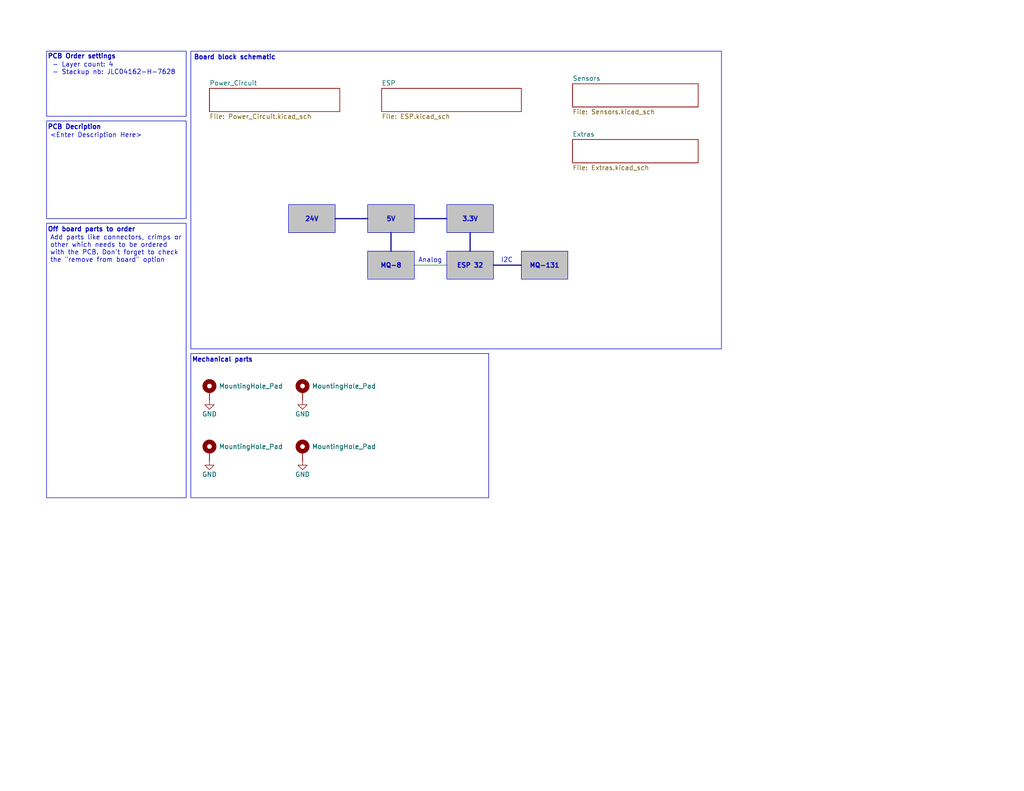
<source format=kicad_sch>
(kicad_sch (version 20250114) (generator "eeschema") (generator_version "9.0")
  (paper "USLetter")
  (title_block (title "${PROJECTNAME}") (date "2025-02-08") (rev "${REVISION}") (company "${GROUP_NAME}") (comment 1 "${AUTHOR}"))
  (lib_symbols
    (symbol "RoverLibrary:MountingHole_Pad" (pin_numbers (hide yes)) (pin_names (offset 1.016) (hide yes)) (exclude_from_sim yes) (in_bom no)
      (property "Value" "MountingHole_Pad" (at 0 4.445 0))
      (symbol "MountingHole_Pad_0_1"
        (circle (center 0 1.27) (radius 1.27) (stroke (width 1.27)))
      )
      (symbol "MountingHole_Pad_1_1"
        (pin input line (at 0 -2.54 90) (length 2.54) (name "1") (number "1"))
      )
    )
    (symbol "power:GND" (power) (pin_numbers (hide yes)) (pin_names (offset 0) (hide yes))
      (property "Value" "GND" (at 0 -3.81 0))
      (symbol "GND_0_1"
        (polyline (pts (xy 0 0) (xy 0 -1.27) (xy 1.27 -1.27) (xy 0 -2.54) (xy -1.27 -1.27) (xy 0 -1.27)))
      )
      (symbol "GND_1_1"
        (pin power_in line (at 0 0 270) (length 0) (name "~") (number "1"))
      )
    )
  )
  (rectangle (start 52.07 96.52) (end 133.35 135.89))
  (rectangle (start 52.07 13.97) (end 196.85 95.25))
  (rectangle (start 12.7 13.97) (end 50.8 31.75))
  (text "Off board parts to order" (at 12.954 62.738 0) (effects (font (size 1.27 1.27) (thickness 0.254) (bold yes)) (justify left)))
  (text "PCB Order settings" (at 12.954 15.494 0) (effects (font (size 1.27 1.27) (thickness 0.254) (bold yes)) (justify left)))
  (text "- Layer count: 4\n- Stackup nb: JLC04162-H-7628\n" (at 14.224 17.018 0) (effects (font (size 1.27 1.27) (thickness 0.1588)) (justify left top)))
  (text "I2C" (at 139.954 71.12 0) (effects (font (size 1.27 1.27)) (justify right)))
  (text "Analog" (at 120.65 71.12 0) (effects (font (size 1.27 1.27)) (justify right)))
  (text "Board block schematic" (at 52.832 15.748 0) (effects (font (size 1.27 1.27) (thickness 0.254) (bold yes)) (justify left)))
  (text "Mechanical parts" (at 52.324 98.298 0) (effects (font (size 1.27 1.27) (thickness 0.254) (bold yes)) (justify left)))
  (text "PCB Decription" (at 12.954 34.798 0) (effects (font (size 1.27 1.27) (thickness 0.254) (bold yes)) (justify left)))
  (text_box "\nAdd parts like connectors, crimps or other which needs to be ordered with the PCB. Don't forget to check the \"remove from board\" option\n" (at 12.7 60.96 0) (size 38.1 74.93) (margins 0.9525 0.9525 0.9525 0.9525) (effects (font (size 1.27 1.27)) (justify left top)))
  (text_box "5V" (exclude_from_sim yes) (at 100.33 55.88 0) (size 12.7 7.62) (margins 0.9525 0.9525 0.9525 0.9525) (fill (type color) (color 194 194 194 1)) (effects (font (size 1.27 1.27) (thickness 0.254) (bold yes))))
  (text_box "3.3V" (exclude_from_sim yes) (at 121.92 55.88 0) (size 12.7 7.62) (margins 0.9525 0.9525 0.9525 0.9525) (fill (type color) (color 194 194 194 1)) (effects (font (size 1.27 1.27) (thickness 0.254) (bold yes))))
  (text_box "24V" (exclude_from_sim yes) (at 78.74 55.88 0) (size 12.7 7.62) (margins 0.9525 0.9525 0.9525 0.9525) (fill (type color) (color 194 194 194 1)) (effects (font (size 1.27 1.27) (thickness 0.254) (bold yes))))
  (text_box "ESP 32" (exclude_from_sim yes) (at 121.92 68.58 0) (size 12.7 7.62) (margins 0.9525 0.9525 0.9525 0.9525) (fill (type color) (color 194 194 194 1)) (effects (font (size 1.27 1.27) (thickness 0.254) (bold yes))))
  (text_box "MQ-8" (exclude_from_sim yes) (at 100.33 68.58 0) (size 12.7 7.62) (margins 0.9525 0.9525 0.9525 0.9525) (fill (type color) (color 194 194 194 1)) (effects (font (size 1.27 1.27) (thickness 0.254) (bold yes))))
  (text_box "\n<Enter Description Here>\n" (at 12.7 33.02 0) (size 38.1 26.67) (margins 0.9525 0.9525 0.9525 0.9525) (effects (font (size 1.27 1.27)) (justify left top)))
  (text_box "MQ-131" (exclude_from_sim yes) (at 142.24 68.58 0) (size 12.7 7.62) (margins 0.9525 0.9525 0.9525 0.9525) (fill (type color) (color 194 194 194 1)) (effects (font (size 1.27 1.27) (thickness 0.254) (bold yes))))
  (bus (pts (xy 106.68 63.5) (xy 106.68 68.58)))
  (bus (pts (xy 134.62 72.39) (xy 142.24 72.39)))
  (wire (pts (xy 113.03 72.39) (xy 121.92 72.39)))
  (bus (pts (xy 128.27 63.5) (xy 128.27 68.58)))
  (bus (pts (xy 113.03 59.69) (xy 121.92 59.69)))
  (bus (pts (xy 91.44 59.69) (xy 100.33 59.69)))
  (symbol (lib_id "power:GND") (at 82.55 125.73 0) (unit 1)
    (property "Reference" "#PWR045" (effects (hide yes)))
    (property "Value" "GND" (at 82.55 129.54 0))
    (property "Description" "Power symbol creates a global label with name \"GND\" , ground" (effects (hide yes)))
  )
  (symbol (lib_id "RoverLibrary:MountingHole_Pad") (at 82.55 123.19 0) (unit 1) (exclude_from_sim yes) (in_bom no)
    (property "Reference" "H12" (effects (hide yes)))
    (property "Value" "MountingHole_Pad" (at 85.09 121.9199 0) (effects (justify left)))
    (property "Footprint" "RoverFootprint:MountingHole" (effects (hide yes)))
    (property "Description" "Mounting Hole with connection" (effects (hide yes)))
  )
  (symbol (lib_id "power:GND") (at 57.15 125.73 0) (unit 1)
    (property "Reference" "#PWR043" (effects (hide yes)))
    (property "Value" "GND" (at 57.15 129.54 0))
    (property "Description" "Power symbol creates a global label with name \"GND\" , ground" (effects (hide yes)))
  )
  (symbol (lib_id "RoverLibrary:MountingHole_Pad") (at 57.15 123.19 0) (unit 1) (exclude_from_sim yes) (in_bom no)
    (property "Reference" "H10" (effects (hide yes)))
    (property "Value" "MountingHole_Pad" (at 59.69 121.9199 0) (effects (justify left)))
    (property "Footprint" "RoverFootprint:MountingHole" (effects (hide yes)))
    (property "Description" "Mounting Hole with connection" (effects (hide yes)))
  )
  (symbol (lib_id "RoverLibrary:MountingHole_Pad") (at 57.15 106.68 0) (unit 1) (exclude_from_sim yes) (in_bom no)
    (property "Reference" "H9" (effects (hide yes)))
    (property "Value" "MountingHole_Pad" (at 59.69 105.4099 0) (effects (justify left)))
    (property "Footprint" "RoverFootprint:MountingHole" (effects (hide yes)))
    (property "Description" "Mounting Hole with connection" (effects (hide yes)))
  )
  (symbol (lib_id "power:GND") (at 82.55 109.22 0) (unit 1)
    (property "Reference" "#PWR044" (effects (hide yes)))
    (property "Value" "GND" (at 82.55 113.03 0))
    (property "Description" "Power symbol creates a global label with name \"GND\" , ground" (effects (hide yes)))
  )
  (symbol (lib_id "power:GND") (at 57.15 109.22 0) (unit 1)
    (property "Reference" "#PWR042" (effects (hide yes)))
    (property "Value" "GND" (at 57.15 113.03 0))
    (property "Description" "Power symbol creates a global label with name \"GND\" , ground" (effects (hide yes)))
  )
  (symbol (lib_id "RoverLibrary:MountingHole_Pad") (at 82.55 106.68 0) (unit 1) (exclude_from_sim yes) (in_bom no)
    (property "Reference" "H11" (effects (hide yes)))
    (property "Value" "MountingHole_Pad" (at 85.09 105.4099 0) (effects (justify left)))
    (property "Footprint" "RoverFootprint:MountingHole" (effects (hide yes)))
    (property "Description" "Mounting Hole with connection" (effects (hide yes)))
  )
  (sheet (at 57.15 24.13) (size 35.56 6.35) (stroke (width 0.1524))
    (property "Sheetname" "Power_Circuit" (at 57.15 23.4184 0) (effects (justify left bottom)))
    (property "Sheetfile" "Power_Circuit.kicad_sch" (at 57.15 31.0646 0) (effects (justify left top)))
  )
  (sheet (at 104.14 24.13) (size 38.1 6.35) (stroke (width 0.1524))
    (property "Sheetname" "ESP" (at 104.14 23.4184 0) (effects (justify left bottom)))
    (property "Sheetfile" "ESP.kicad_sch" (at 104.14 31.0646 0) (effects (justify left top)))
  )
  (sheet (at 156.21 38.1) (size 34.29 6.35) (stroke (width 0.1524))
    (property "Sheetname" "Extras" (at 156.21 37.3884 0) (effects (justify left bottom)))
    (property "Sheetfile" "Extras.kicad_sch" (at 156.21 45.0346 0) (effects (justify left top)))
  )
  (sheet (at 156.21 22.86) (size 34.29 6.35) (stroke (width 0.1524))
    (property "Sheetname" "Sensors" (at 156.21 22.1484 0) (effects (justify left bottom)))
    (property "Sheetfile" "Sensors.kicad_sch" (at 156.21 29.7946 0) (effects (justify left top)))
  )
)
</source>
